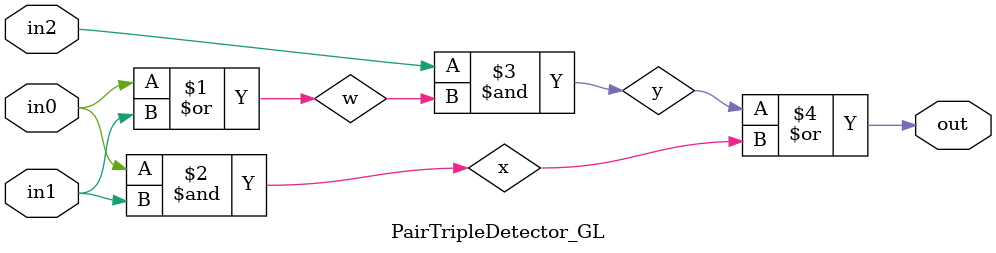
<source format=v>

`ifndef PAIR_TRIPLE_DETECTOR_GL_V
`define PAIR_TRIPLE_DETECTOR_GL_V

`include "ece2300-misc.v"

module PairTripleDetector_GL
(
  input  wire in0,
  input  wire in1,
  input  wire in2,
  output wire out
 );
  wire w;
  wire y;
  wire x;

  or(w, in0, in1);
  and(x, in0, in1);
  and(y, in2, w);
  or(out, y, x);

endmodule

`endif /* PAIR_TRIPLE_DETECTOR_GL_V */


</source>
